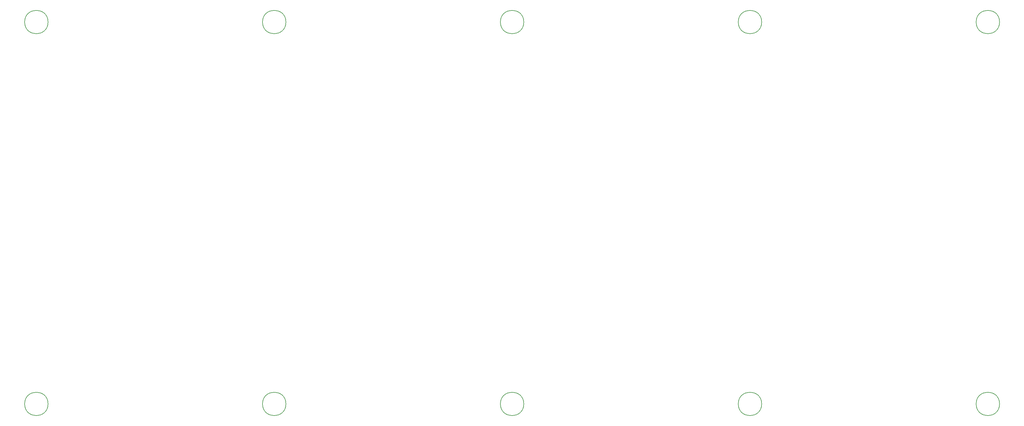
<source format=gbr>
%TF.GenerationSoftware,KiCad,Pcbnew,9.0.7*%
%TF.CreationDate,2026-02-22T19:12:50-05:00*%
%TF.ProjectId,Episode4,45706973-6f64-4653-942e-6b696361645f,2*%
%TF.SameCoordinates,Original*%
%TF.FileFunction,Other,Comment*%
%FSLAX46Y46*%
G04 Gerber Fmt 4.6, Leading zero omitted, Abs format (unit mm)*
G04 Created by KiCad (PCBNEW 9.0.7) date 2026-02-22 19:12:50*
%MOMM*%
%LPD*%
G01*
G04 APERTURE LIST*
%ADD10C,0.150000*%
G04 APERTURE END LIST*
D10*
%TO.C,H10*%
X294330000Y-120650000D02*
G75*
G02*
X287330000Y-120650000I-3500000J0D01*
G01*
X287330000Y-120650000D02*
G75*
G02*
X294330000Y-120650000I3500000J0D01*
G01*
%TO.C,H2*%
X9850000Y-120650000D02*
G75*
G02*
X2850000Y-120650000I-3500000J0D01*
G01*
X2850000Y-120650000D02*
G75*
G02*
X9850000Y-120650000I3500000J0D01*
G01*
%TO.C,H8*%
X223210000Y-120650000D02*
G75*
G02*
X216210000Y-120650000I-3500000J0D01*
G01*
X216210000Y-120650000D02*
G75*
G02*
X223210000Y-120650000I3500000J0D01*
G01*
%TO.C,H5*%
X152090000Y-6350000D02*
G75*
G02*
X145090000Y-6350000I-3500000J0D01*
G01*
X145090000Y-6350000D02*
G75*
G02*
X152090000Y-6350000I3500000J0D01*
G01*
%TO.C,H3*%
X80970000Y-6350000D02*
G75*
G02*
X73970000Y-6350000I-3500000J0D01*
G01*
X73970000Y-6350000D02*
G75*
G02*
X80970000Y-6350000I3500000J0D01*
G01*
%TO.C,H9*%
X294330000Y-6350000D02*
G75*
G02*
X287330000Y-6350000I-3500000J0D01*
G01*
X287330000Y-6350000D02*
G75*
G02*
X294330000Y-6350000I3500000J0D01*
G01*
%TO.C,H1*%
X9850000Y-6350000D02*
G75*
G02*
X2850000Y-6350000I-3500000J0D01*
G01*
X2850000Y-6350000D02*
G75*
G02*
X9850000Y-6350000I3500000J0D01*
G01*
%TO.C,H4*%
X80970000Y-120650000D02*
G75*
G02*
X73970000Y-120650000I-3500000J0D01*
G01*
X73970000Y-120650000D02*
G75*
G02*
X80970000Y-120650000I3500000J0D01*
G01*
%TO.C,H6*%
X152090000Y-120650000D02*
G75*
G02*
X145090000Y-120650000I-3500000J0D01*
G01*
X145090000Y-120650000D02*
G75*
G02*
X152090000Y-120650000I3500000J0D01*
G01*
%TO.C,H7*%
X223210000Y-6350000D02*
G75*
G02*
X216210000Y-6350000I-3500000J0D01*
G01*
X216210000Y-6350000D02*
G75*
G02*
X223210000Y-6350000I3500000J0D01*
G01*
%TD*%
M02*

</source>
